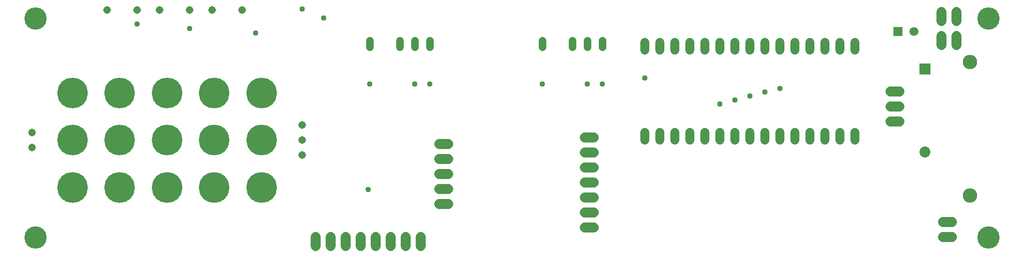
<source format=gbr>
G04 EAGLE Gerber RS-274X export*
G75*
%MOMM*%
%FSLAX34Y34*%
%LPD*%
%INSoldermask Bottom*%
%IPPOS*%
%AMOC8*
5,1,8,0,0,1.08239X$1,22.5*%
G01*
%ADD10C,3.784600*%
%ADD11C,1.727200*%
%ADD12C,1.311200*%
%ADD13R,1.511200X1.511200*%
%ADD14C,1.511200*%
%ADD15R,1.853200X1.853200*%
%ADD16C,1.853200*%
%ADD17C,2.453200*%
%ADD18C,1.311200*%
%ADD19C,1.511200*%
%ADD20C,5.203200*%
%ADD21C,0.959600*%


D10*
X31750Y31750D03*
X31750Y402590D03*
X1644650Y402590D03*
X1644650Y31750D03*
D11*
X1582420Y58420D02*
X1567180Y58420D01*
X1567180Y33020D02*
X1582420Y33020D01*
D12*
X330200Y417340D03*
X381000Y417340D03*
X241300Y417340D03*
X292100Y417340D03*
X152400Y417340D03*
X203200Y417340D03*
D13*
X1491000Y381000D03*
D14*
X1518500Y381000D03*
D15*
X1536700Y317500D03*
D16*
X1536700Y176500D03*
D17*
X1612900Y102900D03*
X1612900Y328900D03*
D11*
X683260Y33020D02*
X683260Y17780D01*
X657860Y17780D02*
X657860Y33020D01*
X632460Y33020D02*
X632460Y17780D01*
X607060Y17780D02*
X607060Y33020D01*
X581660Y33020D02*
X581660Y17780D01*
X556260Y17780D02*
X556260Y33020D01*
X530860Y33020D02*
X530860Y17780D01*
X505460Y17780D02*
X505460Y33020D01*
X1590700Y398780D02*
X1590700Y414020D01*
X1565300Y414020D02*
X1565300Y398780D01*
X1590700Y373380D02*
X1590700Y358140D01*
X1565300Y358140D02*
X1565300Y373380D01*
D18*
X647700Y365040D02*
X647700Y353960D01*
X673100Y353960D02*
X673100Y365040D01*
X698500Y365040D02*
X698500Y353960D01*
X596900Y353960D02*
X596900Y365040D01*
X939800Y365040D02*
X939800Y353960D01*
X965200Y353960D02*
X965200Y365040D01*
X990600Y365040D02*
X990600Y353960D01*
X889000Y353960D02*
X889000Y365040D01*
D19*
X1418900Y362140D02*
X1418900Y349060D01*
X1393500Y349060D02*
X1393500Y362140D01*
X1368100Y362140D02*
X1368100Y349060D01*
X1342700Y349060D02*
X1342700Y362140D01*
X1317300Y362140D02*
X1317300Y349060D01*
X1291900Y349060D02*
X1291900Y362140D01*
X1266500Y362140D02*
X1266500Y349060D01*
X1241100Y349060D02*
X1241100Y362140D01*
X1215700Y362140D02*
X1215700Y349060D01*
X1190300Y349060D02*
X1190300Y362140D01*
X1164900Y362140D02*
X1164900Y349060D01*
X1139500Y349060D02*
X1139500Y362140D01*
X1418900Y209740D02*
X1418900Y196660D01*
X1393500Y196660D02*
X1393500Y209740D01*
X1368100Y209740D02*
X1368100Y196660D01*
X1215700Y196660D02*
X1215700Y209740D01*
X1190300Y209740D02*
X1190300Y196660D01*
X1164900Y196660D02*
X1164900Y209740D01*
X1139500Y209740D02*
X1139500Y196660D01*
X1063300Y196660D02*
X1063300Y209740D01*
X1063300Y349060D02*
X1063300Y362140D01*
X1088700Y362140D02*
X1088700Y349060D01*
X1114100Y349060D02*
X1114100Y362140D01*
X1088700Y209740D02*
X1088700Y196660D01*
X1114100Y196660D02*
X1114100Y209740D01*
X1342700Y209740D02*
X1342700Y196660D01*
X1241100Y196660D02*
X1241100Y209740D01*
X1266500Y209740D02*
X1266500Y196660D01*
X1291900Y196660D02*
X1291900Y209740D01*
X1317300Y209740D02*
X1317300Y196660D01*
D12*
X482600Y171100D03*
X482600Y196500D03*
X482600Y221900D03*
X25400Y183800D03*
X25400Y209200D03*
D20*
X414000Y116500D03*
X334000Y116500D03*
X254000Y116500D03*
X174000Y116500D03*
X414000Y276500D03*
X334000Y276500D03*
X254000Y276500D03*
X174000Y276500D03*
X414000Y196500D03*
X334000Y196500D03*
X254000Y196500D03*
X174000Y196500D03*
X94000Y116500D03*
X94000Y276500D03*
X94000Y196500D03*
D11*
X714880Y88900D02*
X730120Y88900D01*
X730120Y114300D02*
X714880Y114300D01*
X714880Y139700D02*
X730120Y139700D01*
X730120Y165100D02*
X714880Y165100D01*
X714880Y190500D02*
X730120Y190500D01*
X961080Y48800D02*
X976320Y48800D01*
X976320Y74200D02*
X961080Y74200D01*
X961080Y99600D02*
X976320Y99600D01*
X976320Y125000D02*
X961080Y125000D01*
X961080Y150400D02*
X976320Y150400D01*
X976320Y175800D02*
X961080Y175800D01*
X961080Y201200D02*
X976320Y201200D01*
X1478280Y279400D02*
X1493520Y279400D01*
X1493520Y254000D02*
X1478280Y254000D01*
X1478280Y228600D02*
X1493520Y228600D01*
D21*
X596900Y292100D03*
X990600Y292100D03*
X673100Y292100D03*
X698500Y292100D03*
X889000Y292100D03*
X965200Y292100D03*
X594360Y113030D03*
X1189990Y258176D03*
X1215390Y264752D03*
X1240790Y271328D03*
X1266190Y277904D03*
X1291590Y284480D03*
X519430Y403860D03*
X203200Y393700D03*
X292100Y386080D03*
X403860Y378460D03*
X482600Y419100D03*
X1062990Y302260D03*
M02*

</source>
